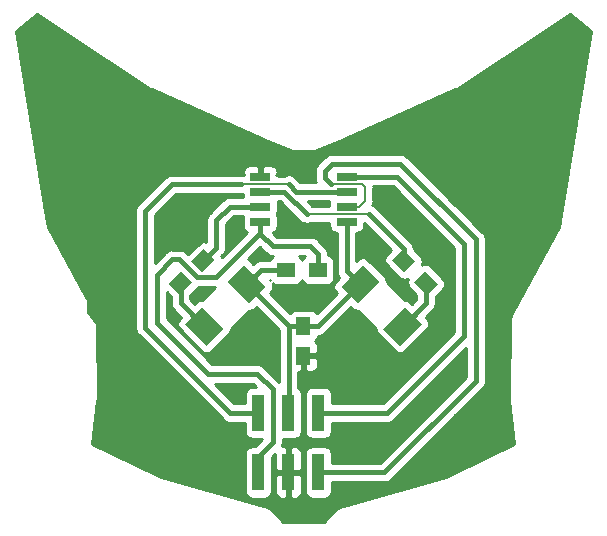
<source format=gbr>
G04 #@! TF.GenerationSoftware,KiCad,Pcbnew,5.0.2-1.fc29*
G04 #@! TF.CreationDate,2019-03-18T00:33:18+01:00*
G04 #@! TF.ProjectId,fuccs-shitty-addon,66756363-732d-4736-9869-7474792d6164,rev?*
G04 #@! TF.SameCoordinates,Original*
G04 #@! TF.FileFunction,Copper,L2,Bot*
G04 #@! TF.FilePolarity,Positive*
%FSLAX46Y46*%
G04 Gerber Fmt 4.6, Leading zero omitted, Abs format (unit mm)*
G04 Created by KiCad (PCBNEW 5.0.2-1.fc29) date Mon 18 Mar 2019 00:33:18 CET*
%MOMM*%
%LPD*%
G01*
G04 APERTURE LIST*
G04 #@! TA.AperFunction,SMDPad,CuDef*
%ADD10C,2.000000*%
G04 #@! TD*
G04 #@! TA.AperFunction,Conductor*
%ADD11C,0.100000*%
G04 #@! TD*
G04 #@! TA.AperFunction,SMDPad,CuDef*
%ADD12R,1.000000X3.150000*%
G04 #@! TD*
G04 #@! TA.AperFunction,SMDPad,CuDef*
%ADD13R,1.250000X1.500000*%
G04 #@! TD*
G04 #@! TA.AperFunction,SMDPad,CuDef*
%ADD14R,1.500000X1.300000*%
G04 #@! TD*
G04 #@! TA.AperFunction,SMDPad,CuDef*
%ADD15C,1.300000*%
G04 #@! TD*
G04 #@! TA.AperFunction,SMDPad,CuDef*
%ADD16R,1.700000X0.650000*%
G04 #@! TD*
G04 #@! TA.AperFunction,Conductor*
%ADD17C,0.400000*%
G04 #@! TD*
G04 #@! TA.AperFunction,Conductor*
%ADD18C,0.200000*%
G04 #@! TD*
G04 #@! TA.AperFunction,Conductor*
%ADD19C,0.254000*%
G04 #@! TD*
G04 #@! TA.AperFunction,NonConductor*
%ADD20C,0.254000*%
G04 #@! TD*
G04 APERTURE END LIST*
D10*
G04 #@! TO.P,D1,1*
G04 #@! TO.N,Net-(D1-Pad1)*
X-8395828Y17203979D03*
D11*
G04 #@! TD*
G04 #@! TO.N,Net-(D1-Pad1)*
G04 #@! TO.C,D1*
G36*
X-8183696Y15577633D02*
X-10022174Y17416111D01*
X-8607960Y18830325D01*
X-6769482Y16991847D01*
X-8183696Y15577633D01*
X-8183696Y15577633D01*
G37*
D10*
G04 #@! TO.P,D1,2*
G04 #@! TO.N,+3V3*
X-4803726Y20796081D03*
D11*
G04 #@! TD*
G04 #@! TO.N,+3V3*
G04 #@! TO.C,D1*
G36*
X-4591594Y19169735D02*
X-6430072Y21008213D01*
X-5015858Y22422427D01*
X-3177380Y20583949D01*
X-4591594Y19169735D01*
X-4591594Y19169735D01*
G37*
D10*
G04 #@! TO.P,D2,1*
G04 #@! TO.N,Net-(D2-Pad1)*
X8396274Y17203979D03*
D11*
G04 #@! TD*
G04 #@! TO.N,Net-(D2-Pad1)*
G04 #@! TO.C,D2*
G36*
X10022620Y17416111D02*
X8184142Y15577633D01*
X6769928Y16991847D01*
X8608406Y18830325D01*
X10022620Y17416111D01*
X10022620Y17416111D01*
G37*
D10*
G04 #@! TO.P,D2,2*
G04 #@! TO.N,+3V3*
X4804172Y20796081D03*
D11*
G04 #@! TD*
G04 #@! TO.N,+3V3*
G04 #@! TO.C,D2*
G36*
X6430518Y21008213D02*
X4592040Y19169735D01*
X3177826Y20583949D01*
X5016304Y22422427D01*
X6430518Y21008213D01*
X6430518Y21008213D01*
G37*
D12*
G04 #@! TO.P,J1,1*
G04 #@! TO.N,/MISO*
X-3809777Y9905030D03*
G04 #@! TO.P,J1,2*
G04 #@! TO.N,/~RESET~*
X-3809777Y4855030D03*
G04 #@! TO.P,J1,3*
G04 #@! TO.N,+3V3*
X-1269777Y9905030D03*
G04 #@! TO.P,J1,4*
G04 #@! TO.N,GND*
X-1269777Y4855030D03*
G04 #@! TO.P,J1,5*
G04 #@! TO.N,/SDA_MOSI*
X1270223Y9905030D03*
G04 #@! TO.P,J1,6*
G04 #@! TO.N,/SCL_SCK*
X1270223Y4855030D03*
G04 #@! TD*
D13*
G04 #@! TO.P,C1,1*
G04 #@! TO.N,+3V3*
X223Y17250030D03*
G04 #@! TO.P,C1,2*
G04 #@! TO.N,GND*
X223Y14750030D03*
G04 #@! TD*
D14*
G04 #@! TO.P,R1,1*
G04 #@! TO.N,+3V3*
X-1459777Y22000030D03*
G04 #@! TO.P,R1,2*
G04 #@! TO.N,/~RESET~*
X1240223Y22000030D03*
G04 #@! TD*
D15*
G04 #@! TO.P,R2,1*
G04 #@! TO.N,Net-(D1-Pad1)*
X-10394371Y20885436D03*
D11*
G04 #@! TD*
G04 #@! TO.N,Net-(D1-Pad1)*
G04 #@! TO.C,R2*
G36*
X-10465082Y19895487D02*
X-11384320Y20814725D01*
X-10323660Y21875385D01*
X-9404422Y20956147D01*
X-10465082Y19895487D01*
X-10465082Y19895487D01*
G37*
D15*
G04 #@! TO.P,R2,2*
G04 #@! TO.N,/LED_L*
X-8485183Y22794624D03*
D11*
G04 #@! TD*
G04 #@! TO.N,/LED_L*
G04 #@! TO.C,R2*
G36*
X-8555894Y21804675D02*
X-9475132Y22723913D01*
X-8414472Y23784573D01*
X-7495234Y22865335D01*
X-8555894Y21804675D01*
X-8555894Y21804675D01*
G37*
D15*
G04 #@! TO.P,R3,1*
G04 #@! TO.N,Net-(D2-Pad1)*
X10394817Y20885436D03*
D11*
G04 #@! TD*
G04 #@! TO.N,Net-(D2-Pad1)*
G04 #@! TO.C,R3*
G36*
X11384766Y20814725D02*
X10465528Y19895487D01*
X9404868Y20956147D01*
X10324106Y21875385D01*
X11384766Y20814725D01*
X11384766Y20814725D01*
G37*
D15*
G04 #@! TO.P,R3,2*
G04 #@! TO.N,/LED_R*
X8485629Y22794624D03*
D11*
G04 #@! TD*
G04 #@! TO.N,/LED_R*
G04 #@! TO.C,R3*
G36*
X9475578Y22723913D02*
X8556340Y21804675D01*
X7495680Y22865335D01*
X8414918Y23784573D01*
X9475578Y22723913D01*
X9475578Y22723913D01*
G37*
D16*
G04 #@! TO.P,U1,8*
G04 #@! TO.N,+3V3*
X3650223Y26095030D03*
G04 #@! TO.P,U1,7*
G04 #@! TO.N,/SCL_SCK*
X3650223Y27365030D03*
G04 #@! TO.P,U1,6*
G04 #@! TO.N,/MISO*
X3650223Y28635030D03*
G04 #@! TO.P,U1,5*
G04 #@! TO.N,/SDA_MOSI*
X3650223Y29905030D03*
G04 #@! TO.P,U1,4*
G04 #@! TO.N,GND*
X-3649777Y29905030D03*
G04 #@! TO.P,U1,3*
G04 #@! TO.N,/LED_R*
X-3649777Y28635030D03*
G04 #@! TO.P,U1,2*
G04 #@! TO.N,/LED_L*
X-3649777Y27365030D03*
G04 #@! TO.P,U1,1*
G04 #@! TO.N,/~RESET~*
X-3649777Y26095030D03*
G04 #@! TD*
D17*
G04 #@! TO.N,+3V3*
X3650223Y21950030D02*
X4804172Y20796081D01*
X3650223Y26095030D02*
X3650223Y21950030D01*
X1258121Y17250030D02*
X223Y17250030D01*
X4804172Y20796081D02*
X1258121Y17250030D01*
X-1257675Y17250030D02*
X-4803726Y20796081D01*
X223Y17250030D02*
X-1257675Y17250030D01*
X-3599777Y22000030D02*
X-4803726Y20796081D01*
X-1459777Y22000030D02*
X-3599777Y22000030D01*
X-1257675Y9917132D02*
X-1269777Y9905030D01*
X-1257675Y17250030D02*
X-1257675Y9917132D01*
G04 #@! TO.N,Net-(D1-Pad1)*
X-10394371Y19202522D02*
X-8395828Y17203979D01*
X-10394371Y20885436D02*
X-10394371Y19202522D01*
G04 #@! TO.N,Net-(D2-Pad1)*
X10394817Y19202522D02*
X8396274Y17203979D01*
X10394817Y20885436D02*
X10394817Y19202522D01*
D18*
G04 #@! TO.N,/SCL_SCK*
X4700223Y27365030D02*
X5200223Y27865030D01*
X3650223Y27365030D02*
X4700223Y27365030D01*
X5200223Y27865030D02*
X5200223Y29000030D01*
X5200223Y29000030D02*
X4920224Y29280029D01*
X4920224Y29280029D02*
X2320224Y29280029D01*
D17*
X2320224Y29280029D02*
X1800223Y29800030D01*
X1800223Y29800030D02*
X1800223Y30400030D01*
X6855223Y4855030D02*
X1270223Y4855030D01*
X1800223Y30400030D02*
X2400223Y31000030D01*
X2400223Y31000030D02*
X8200223Y31000030D01*
X8200223Y31000030D02*
X14600223Y24600030D01*
X14600223Y24600030D02*
X14600223Y12600030D01*
X14600223Y12600030D02*
X6855223Y4855030D01*
G04 #@! TO.N,/SDA_MOSI*
X13600223Y16400030D02*
X7105223Y9905030D01*
X7105223Y9905030D02*
X1270223Y9905030D01*
X13600223Y24200030D02*
X13600223Y16400030D01*
X3650223Y29905030D02*
X7895223Y29905030D01*
X7895223Y29905030D02*
X13600223Y24200030D01*
G04 #@! TO.N,/~RESET~*
X-3649777Y26095030D02*
X-3649777Y25050030D01*
X-3649777Y25050030D02*
X-2599777Y24000030D01*
X-2599777Y24000030D02*
X600223Y24000030D01*
X1240223Y23360030D02*
X1240223Y22000030D01*
X600223Y24000030D02*
X1240223Y23360030D01*
X-2599777Y7400030D02*
X-3809777Y6190030D01*
X-2599777Y11900000D02*
X-2599777Y7400030D01*
X-3899777Y13200000D02*
X-2599777Y11900000D01*
X-3809777Y6190030D02*
X-3809777Y4855030D01*
X-12400000Y17550000D02*
X-8050000Y13200000D01*
X-12400000Y21600000D02*
X-12400000Y17550000D01*
X-3649777Y25150030D02*
X-7395142Y21404665D01*
X-9004665Y21404665D02*
X-10500000Y22900000D01*
X-8050000Y13200000D02*
X-3899777Y13200000D01*
X-3649777Y26095030D02*
X-3649777Y25150030D01*
X-7395142Y21404665D02*
X-9004665Y21404665D01*
X-10500000Y22900000D02*
X-11100000Y22900000D01*
X-11100000Y22900000D02*
X-12400000Y21600000D01*
D18*
G04 #@! TO.N,/MISO*
X-1259778Y29260031D02*
X-5259778Y29260031D01*
D17*
X1165223Y28635030D02*
X-634777Y28635030D01*
X3650223Y28635030D02*
X1165223Y28635030D01*
X-634777Y28635030D02*
X-1259778Y29260031D01*
X-6205030Y9905030D02*
X-3809777Y9905030D01*
X-13400000Y17100000D02*
X-6205030Y9905030D01*
X-13400000Y26999807D02*
X-13400000Y17100000D01*
X-11149807Y29250000D02*
X-13400000Y26999807D01*
X-5259778Y29260031D02*
X-5269809Y29250000D01*
X-5269809Y29250000D02*
X-11149807Y29250000D01*
G04 #@! TO.N,/LED_L*
X-3649777Y27365030D02*
X-6234777Y27365030D01*
X-6234777Y27365030D02*
X-7399777Y26200030D01*
X-7399777Y23880030D02*
X-8485183Y22794624D01*
X-7399777Y26200030D02*
X-7399777Y23880030D01*
D18*
G04 #@! TO.N,/LED_R*
X5579460Y26720031D02*
X280222Y26720031D01*
D17*
X8485629Y22794624D02*
X8485629Y23813862D01*
X8485629Y23813862D02*
X5579460Y26720031D01*
X280222Y26720031D02*
X-1634777Y28635030D01*
X-1634777Y28635030D02*
X-3649777Y28635030D01*
G04 #@! TD*
D19*
G04 #@! TO.N,GND*
G36*
X-12976908Y37355130D02*
X-12929870Y37322130D01*
X-12920690Y37318081D01*
X-12912307Y37312556D01*
X-12859044Y37290889D01*
X-1118241Y32112054D01*
X-1054521Y32069478D01*
X-928505Y32044412D01*
X-803120Y32016495D01*
X-727641Y32029733D01*
X727724Y32029733D01*
X803203Y32016495D01*
X928585Y32044411D01*
X1054605Y32069478D01*
X1118325Y32112054D01*
X12859102Y37290880D01*
X12912295Y37312509D01*
X12920717Y37318058D01*
X12929947Y37322129D01*
X12976966Y37355116D01*
X22534576Y43651903D01*
X24337557Y42271891D01*
X21615762Y25652463D01*
X17597359Y18150834D01*
X17541365Y18068970D01*
X17519555Y17965220D01*
X17488689Y17863796D01*
X17498321Y17765084D01*
X17426680Y11161633D01*
X17423182Y11118023D01*
X17425950Y11094335D01*
X17425691Y11070487D01*
X17433761Y11027485D01*
X17868930Y7303082D01*
X12057113Y4439112D01*
X3106081Y1932692D01*
X2999932Y1912173D01*
X2918922Y1858676D01*
X2832351Y1814769D01*
X2761995Y1732704D01*
X1702870Y684973D01*
X-1702979Y684973D01*
X-2761833Y1732699D01*
X-2832259Y1814836D01*
X-2918793Y1858718D01*
X-2999727Y1912180D01*
X-3105921Y1932721D01*
X-12059070Y4439160D01*
X-17870864Y7303121D01*
X-17435714Y11027430D01*
X-17427650Y11070334D01*
X-17427903Y11094279D01*
X-17425124Y11118064D01*
X-17428614Y11161578D01*
X-17491763Y17137489D01*
X-17484685Y17158975D01*
X-17493194Y17272997D01*
X-17493676Y17318569D01*
X-17498206Y17340148D01*
X-17504966Y17430729D01*
X-17525956Y17472339D01*
X-17535530Y17517949D01*
X-17586787Y17592933D01*
X-17596719Y17612623D01*
X-17624793Y17648533D01*
X-17689313Y17742920D01*
X-17708253Y17755288D01*
X-18242270Y18438357D01*
X-18240823Y19143515D01*
X-18230749Y19246584D01*
X-18260328Y19343832D01*
X-18279952Y19443561D01*
X-18337307Y19529781D01*
X-21615752Y25652445D01*
X-21836412Y26999807D01*
X-14251357Y26999807D01*
X-14235000Y26917574D01*
X-14234999Y17182238D01*
X-14251357Y17100000D01*
X-14186552Y16774200D01*
X-14132728Y16693647D01*
X-14002000Y16497999D01*
X-13932282Y16451415D01*
X-6853615Y9372747D01*
X-6807031Y9303029D01*
X-6530831Y9118478D01*
X-6287267Y9070030D01*
X-6287264Y9070030D01*
X-6205031Y9053673D01*
X-6122798Y9070030D01*
X-4957217Y9070030D01*
X-4957217Y8330030D01*
X-4907934Y8082265D01*
X-4767586Y7872221D01*
X-4557542Y7731873D01*
X-4309777Y7682590D01*
X-3498085Y7682590D01*
X-4103205Y7077470D01*
X-4309777Y7077470D01*
X-4557542Y7028187D01*
X-4767586Y6887839D01*
X-4907934Y6677795D01*
X-4957217Y6430030D01*
X-4957217Y3280030D01*
X-4907934Y3032265D01*
X-4767586Y2822221D01*
X-4557542Y2681873D01*
X-4309777Y2632590D01*
X-3309777Y2632590D01*
X-3062012Y2681873D01*
X-2851968Y2822221D01*
X-2711620Y3032265D01*
X-2662337Y3280030D01*
X-2662337Y4569280D01*
X-2404777Y4569280D01*
X-2404777Y3153721D01*
X-2308104Y2920332D01*
X-2129476Y2741703D01*
X-1896087Y2645030D01*
X-1555527Y2645030D01*
X-1396777Y2803780D01*
X-1396777Y4728030D01*
X-1142777Y4728030D01*
X-1142777Y2803780D01*
X-984027Y2645030D01*
X-643467Y2645030D01*
X-410078Y2741703D01*
X-231450Y2920332D01*
X-134777Y3153721D01*
X-134777Y4569280D01*
X-293527Y4728030D01*
X-1142777Y4728030D01*
X-1396777Y4728030D01*
X-2246027Y4728030D01*
X-2404777Y4569280D01*
X-2662337Y4569280D01*
X-2662337Y6156602D01*
X-2404777Y6414162D01*
X-2404777Y5140780D01*
X-2246027Y4982030D01*
X-1396777Y4982030D01*
X-1396777Y6906280D01*
X-1142777Y6906280D01*
X-1142777Y4982030D01*
X-293527Y4982030D01*
X-134777Y5140780D01*
X-134777Y6556339D01*
X-231450Y6789728D01*
X-410078Y6968357D01*
X-643467Y7065030D01*
X-984027Y7065030D01*
X-1142777Y6906280D01*
X-1396777Y6906280D01*
X-1555527Y7065030D01*
X-1819372Y7065030D01*
X-1813225Y7074229D01*
X-1785997Y7211113D01*
X-1764777Y7317793D01*
X-1764777Y7317796D01*
X-1748420Y7400029D01*
X-1764777Y7482262D01*
X-1764777Y7682590D01*
X-769777Y7682590D01*
X-522012Y7731873D01*
X-311968Y7872221D01*
X-171620Y8082265D01*
X-122337Y8330030D01*
X-122337Y11480030D01*
X-171620Y11727795D01*
X-311968Y11937839D01*
X-422675Y12011812D01*
X-422675Y13365030D01*
X-285527Y13365030D01*
X-126777Y13523780D01*
X-126777Y14623030D01*
X127223Y14623030D01*
X127223Y13523780D01*
X285973Y13365030D01*
X751533Y13365030D01*
X984922Y13461703D01*
X1163550Y13640332D01*
X1260223Y13873721D01*
X1260223Y14464280D01*
X1101473Y14623030D01*
X127223Y14623030D01*
X-126777Y14623030D01*
X-146777Y14623030D01*
X-146777Y14877030D01*
X-126777Y14877030D01*
X-126777Y14897030D01*
X127223Y14897030D01*
X127223Y14877030D01*
X1101473Y14877030D01*
X1260223Y15035780D01*
X1260223Y15626339D01*
X1163550Y15859728D01*
X1021903Y16001376D01*
X1083032Y16042221D01*
X1223380Y16252265D01*
X1252716Y16399748D01*
X1258121Y16398673D01*
X1340354Y16415030D01*
X1340358Y16415030D01*
X1583922Y16463478D01*
X1860122Y16648029D01*
X1906708Y16717750D01*
X4017558Y18828599D01*
X4134231Y18711926D01*
X4344275Y18571578D01*
X4592040Y18522295D01*
X4638396Y18531516D01*
X6131709Y17038203D01*
X6122488Y16991847D01*
X6171771Y16744082D01*
X6312119Y16534038D01*
X7726333Y15119824D01*
X7936377Y14979476D01*
X8184142Y14930193D01*
X8431907Y14979476D01*
X8641951Y15119824D01*
X10480429Y16958302D01*
X10620777Y17168346D01*
X10670060Y17416111D01*
X10620777Y17663876D01*
X10480429Y17873920D01*
X10363756Y17990593D01*
X10927100Y18553937D01*
X10996818Y18600521D01*
X11181369Y18876721D01*
X11229817Y19120285D01*
X11246175Y19202522D01*
X11229817Y19284759D01*
X11229817Y19744158D01*
X11842575Y20356916D01*
X11982923Y20566960D01*
X12032206Y20814725D01*
X11982923Y21062490D01*
X11842575Y21272534D01*
X10781915Y22333194D01*
X10571871Y22473542D01*
X10324106Y22522825D01*
X10076341Y22473542D01*
X10068487Y22468294D01*
X10073735Y22476148D01*
X10123018Y22723913D01*
X10073735Y22971678D01*
X9933387Y23181722D01*
X9331057Y23784052D01*
X9336987Y23813862D01*
X9299956Y24000030D01*
X9272181Y24139663D01*
X9087630Y24415863D01*
X9017912Y24462447D01*
X6111743Y27368615D01*
X5905260Y27506583D01*
X5851798Y27517217D01*
X5892577Y27578247D01*
X5935223Y27792642D01*
X5935223Y27792646D01*
X5949621Y27865030D01*
X5935223Y27937414D01*
X5935223Y28927647D01*
X5949621Y29000031D01*
X5935697Y29070030D01*
X7549356Y29070030D01*
X12765223Y23854161D01*
X12765224Y16745899D01*
X6759356Y10740030D01*
X2417663Y10740030D01*
X2417663Y11480030D01*
X2368380Y11727795D01*
X2228032Y11937839D01*
X2017988Y12078187D01*
X1770223Y12127470D01*
X770223Y12127470D01*
X522458Y12078187D01*
X312414Y11937839D01*
X172066Y11727795D01*
X122783Y11480030D01*
X122783Y8330030D01*
X172066Y8082265D01*
X312414Y7872221D01*
X522458Y7731873D01*
X770223Y7682590D01*
X1770223Y7682590D01*
X2017988Y7731873D01*
X2228032Y7872221D01*
X2368380Y8082265D01*
X2417663Y8330030D01*
X2417663Y9070030D01*
X7022990Y9070030D01*
X7105223Y9053673D01*
X7187456Y9070030D01*
X7187460Y9070030D01*
X7431024Y9118478D01*
X7707224Y9303029D01*
X7753810Y9372750D01*
X13765224Y15384163D01*
X13765224Y12945899D01*
X6509356Y5690030D01*
X2417663Y5690030D01*
X2417663Y6430030D01*
X2368380Y6677795D01*
X2228032Y6887839D01*
X2017988Y7028187D01*
X1770223Y7077470D01*
X770223Y7077470D01*
X522458Y7028187D01*
X312414Y6887839D01*
X172066Y6677795D01*
X122783Y6430030D01*
X122783Y3280030D01*
X172066Y3032265D01*
X312414Y2822221D01*
X522458Y2681873D01*
X770223Y2632590D01*
X1770223Y2632590D01*
X2017988Y2681873D01*
X2228032Y2822221D01*
X2368380Y3032265D01*
X2417663Y3280030D01*
X2417663Y4020030D01*
X6772990Y4020030D01*
X6855223Y4003673D01*
X6937456Y4020030D01*
X6937460Y4020030D01*
X7181024Y4068478D01*
X7457224Y4253029D01*
X7503810Y4322750D01*
X15132506Y11951445D01*
X15202224Y11998029D01*
X15386775Y12274229D01*
X15435223Y12517793D01*
X15435223Y12517796D01*
X15451580Y12600029D01*
X15435223Y12682262D01*
X15435223Y24517793D01*
X15451581Y24600030D01*
X15386775Y24925831D01*
X15296231Y25061339D01*
X15202224Y25202031D01*
X15132506Y25248615D01*
X8848810Y31532310D01*
X8802224Y31602031D01*
X8526024Y31786582D01*
X8282460Y31835030D01*
X8282456Y31835030D01*
X8200223Y31851387D01*
X8117990Y31835030D01*
X2482455Y31835030D01*
X2400222Y31851387D01*
X2317989Y31835030D01*
X2317986Y31835030D01*
X2074422Y31786582D01*
X1798222Y31602031D01*
X1751637Y31532312D01*
X1267941Y31048615D01*
X1198223Y31002031D01*
X1013671Y30725831D01*
X965223Y30482267D01*
X965223Y30482263D01*
X948866Y30400030D01*
X965223Y30317797D01*
X965223Y29882263D01*
X948866Y29800030D01*
X965223Y29717797D01*
X965223Y29717794D01*
X1013671Y29474230D01*
X1016477Y29470030D01*
X-288909Y29470030D01*
X-727495Y29908615D01*
X-933978Y30046583D01*
X-1259778Y30111388D01*
X-1585578Y30046583D01*
X-1662731Y29995031D01*
X-2164777Y29995031D01*
X-2164777Y30032032D01*
X-2323525Y30032032D01*
X-2164777Y30190780D01*
X-2164777Y30356340D01*
X-2261450Y30589729D01*
X-2440079Y30768357D01*
X-2673468Y30865030D01*
X-3364027Y30865030D01*
X-3522777Y30706280D01*
X-3522777Y30032030D01*
X-3502777Y30032030D01*
X-3502777Y29995031D01*
X-3796777Y29995031D01*
X-3796777Y30032030D01*
X-3776777Y30032030D01*
X-3776777Y30706280D01*
X-3935527Y30865030D01*
X-4626086Y30865030D01*
X-4859475Y30768357D01*
X-5038104Y30589729D01*
X-5134777Y30356340D01*
X-5134777Y30190780D01*
X-5004634Y30060637D01*
X-5259778Y30111388D01*
X-5392441Y30085000D01*
X-11067575Y30085000D01*
X-11149808Y30101357D01*
X-11232041Y30085000D01*
X-11232044Y30085000D01*
X-11475608Y30036552D01*
X-11667079Y29908615D01*
X-11751808Y29852001D01*
X-11798390Y29782285D01*
X-13932280Y27648394D01*
X-14002001Y27601808D01*
X-14186552Y27325607D01*
X-14235000Y27082043D01*
X-14235000Y27082040D01*
X-14251357Y26999807D01*
X-21836412Y26999807D01*
X-24337595Y42272158D01*
X-22534342Y43653788D01*
X-12976908Y37355130D01*
X-12976908Y37355130D01*
G37*
X-12976908Y37355130D02*
X-12929870Y37322130D01*
X-12920690Y37318081D01*
X-12912307Y37312556D01*
X-12859044Y37290889D01*
X-1118241Y32112054D01*
X-1054521Y32069478D01*
X-928505Y32044412D01*
X-803120Y32016495D01*
X-727641Y32029733D01*
X727724Y32029733D01*
X803203Y32016495D01*
X928585Y32044411D01*
X1054605Y32069478D01*
X1118325Y32112054D01*
X12859102Y37290880D01*
X12912295Y37312509D01*
X12920717Y37318058D01*
X12929947Y37322129D01*
X12976966Y37355116D01*
X22534576Y43651903D01*
X24337557Y42271891D01*
X21615762Y25652463D01*
X17597359Y18150834D01*
X17541365Y18068970D01*
X17519555Y17965220D01*
X17488689Y17863796D01*
X17498321Y17765084D01*
X17426680Y11161633D01*
X17423182Y11118023D01*
X17425950Y11094335D01*
X17425691Y11070487D01*
X17433761Y11027485D01*
X17868930Y7303082D01*
X12057113Y4439112D01*
X3106081Y1932692D01*
X2999932Y1912173D01*
X2918922Y1858676D01*
X2832351Y1814769D01*
X2761995Y1732704D01*
X1702870Y684973D01*
X-1702979Y684973D01*
X-2761833Y1732699D01*
X-2832259Y1814836D01*
X-2918793Y1858718D01*
X-2999727Y1912180D01*
X-3105921Y1932721D01*
X-12059070Y4439160D01*
X-17870864Y7303121D01*
X-17435714Y11027430D01*
X-17427650Y11070334D01*
X-17427903Y11094279D01*
X-17425124Y11118064D01*
X-17428614Y11161578D01*
X-17491763Y17137489D01*
X-17484685Y17158975D01*
X-17493194Y17272997D01*
X-17493676Y17318569D01*
X-17498206Y17340148D01*
X-17504966Y17430729D01*
X-17525956Y17472339D01*
X-17535530Y17517949D01*
X-17586787Y17592933D01*
X-17596719Y17612623D01*
X-17624793Y17648533D01*
X-17689313Y17742920D01*
X-17708253Y17755288D01*
X-18242270Y18438357D01*
X-18240823Y19143515D01*
X-18230749Y19246584D01*
X-18260328Y19343832D01*
X-18279952Y19443561D01*
X-18337307Y19529781D01*
X-21615752Y25652445D01*
X-21836412Y26999807D01*
X-14251357Y26999807D01*
X-14235000Y26917574D01*
X-14234999Y17182238D01*
X-14251357Y17100000D01*
X-14186552Y16774200D01*
X-14132728Y16693647D01*
X-14002000Y16497999D01*
X-13932282Y16451415D01*
X-6853615Y9372747D01*
X-6807031Y9303029D01*
X-6530831Y9118478D01*
X-6287267Y9070030D01*
X-6287264Y9070030D01*
X-6205031Y9053673D01*
X-6122798Y9070030D01*
X-4957217Y9070030D01*
X-4957217Y8330030D01*
X-4907934Y8082265D01*
X-4767586Y7872221D01*
X-4557542Y7731873D01*
X-4309777Y7682590D01*
X-3498085Y7682590D01*
X-4103205Y7077470D01*
X-4309777Y7077470D01*
X-4557542Y7028187D01*
X-4767586Y6887839D01*
X-4907934Y6677795D01*
X-4957217Y6430030D01*
X-4957217Y3280030D01*
X-4907934Y3032265D01*
X-4767586Y2822221D01*
X-4557542Y2681873D01*
X-4309777Y2632590D01*
X-3309777Y2632590D01*
X-3062012Y2681873D01*
X-2851968Y2822221D01*
X-2711620Y3032265D01*
X-2662337Y3280030D01*
X-2662337Y4569280D01*
X-2404777Y4569280D01*
X-2404777Y3153721D01*
X-2308104Y2920332D01*
X-2129476Y2741703D01*
X-1896087Y2645030D01*
X-1555527Y2645030D01*
X-1396777Y2803780D01*
X-1396777Y4728030D01*
X-1142777Y4728030D01*
X-1142777Y2803780D01*
X-984027Y2645030D01*
X-643467Y2645030D01*
X-410078Y2741703D01*
X-231450Y2920332D01*
X-134777Y3153721D01*
X-134777Y4569280D01*
X-293527Y4728030D01*
X-1142777Y4728030D01*
X-1396777Y4728030D01*
X-2246027Y4728030D01*
X-2404777Y4569280D01*
X-2662337Y4569280D01*
X-2662337Y6156602D01*
X-2404777Y6414162D01*
X-2404777Y5140780D01*
X-2246027Y4982030D01*
X-1396777Y4982030D01*
X-1396777Y6906280D01*
X-1142777Y6906280D01*
X-1142777Y4982030D01*
X-293527Y4982030D01*
X-134777Y5140780D01*
X-134777Y6556339D01*
X-231450Y6789728D01*
X-410078Y6968357D01*
X-643467Y7065030D01*
X-984027Y7065030D01*
X-1142777Y6906280D01*
X-1396777Y6906280D01*
X-1555527Y7065030D01*
X-1819372Y7065030D01*
X-1813225Y7074229D01*
X-1785997Y7211113D01*
X-1764777Y7317793D01*
X-1764777Y7317796D01*
X-1748420Y7400029D01*
X-1764777Y7482262D01*
X-1764777Y7682590D01*
X-769777Y7682590D01*
X-522012Y7731873D01*
X-311968Y7872221D01*
X-171620Y8082265D01*
X-122337Y8330030D01*
X-122337Y11480030D01*
X-171620Y11727795D01*
X-311968Y11937839D01*
X-422675Y12011812D01*
X-422675Y13365030D01*
X-285527Y13365030D01*
X-126777Y13523780D01*
X-126777Y14623030D01*
X127223Y14623030D01*
X127223Y13523780D01*
X285973Y13365030D01*
X751533Y13365030D01*
X984922Y13461703D01*
X1163550Y13640332D01*
X1260223Y13873721D01*
X1260223Y14464280D01*
X1101473Y14623030D01*
X127223Y14623030D01*
X-126777Y14623030D01*
X-146777Y14623030D01*
X-146777Y14877030D01*
X-126777Y14877030D01*
X-126777Y14897030D01*
X127223Y14897030D01*
X127223Y14877030D01*
X1101473Y14877030D01*
X1260223Y15035780D01*
X1260223Y15626339D01*
X1163550Y15859728D01*
X1021903Y16001376D01*
X1083032Y16042221D01*
X1223380Y16252265D01*
X1252716Y16399748D01*
X1258121Y16398673D01*
X1340354Y16415030D01*
X1340358Y16415030D01*
X1583922Y16463478D01*
X1860122Y16648029D01*
X1906708Y16717750D01*
X4017558Y18828599D01*
X4134231Y18711926D01*
X4344275Y18571578D01*
X4592040Y18522295D01*
X4638396Y18531516D01*
X6131709Y17038203D01*
X6122488Y16991847D01*
X6171771Y16744082D01*
X6312119Y16534038D01*
X7726333Y15119824D01*
X7936377Y14979476D01*
X8184142Y14930193D01*
X8431907Y14979476D01*
X8641951Y15119824D01*
X10480429Y16958302D01*
X10620777Y17168346D01*
X10670060Y17416111D01*
X10620777Y17663876D01*
X10480429Y17873920D01*
X10363756Y17990593D01*
X10927100Y18553937D01*
X10996818Y18600521D01*
X11181369Y18876721D01*
X11229817Y19120285D01*
X11246175Y19202522D01*
X11229817Y19284759D01*
X11229817Y19744158D01*
X11842575Y20356916D01*
X11982923Y20566960D01*
X12032206Y20814725D01*
X11982923Y21062490D01*
X11842575Y21272534D01*
X10781915Y22333194D01*
X10571871Y22473542D01*
X10324106Y22522825D01*
X10076341Y22473542D01*
X10068487Y22468294D01*
X10073735Y22476148D01*
X10123018Y22723913D01*
X10073735Y22971678D01*
X9933387Y23181722D01*
X9331057Y23784052D01*
X9336987Y23813862D01*
X9299956Y24000030D01*
X9272181Y24139663D01*
X9087630Y24415863D01*
X9017912Y24462447D01*
X6111743Y27368615D01*
X5905260Y27506583D01*
X5851798Y27517217D01*
X5892577Y27578247D01*
X5935223Y27792642D01*
X5935223Y27792646D01*
X5949621Y27865030D01*
X5935223Y27937414D01*
X5935223Y28927647D01*
X5949621Y29000031D01*
X5935697Y29070030D01*
X7549356Y29070030D01*
X12765223Y23854161D01*
X12765224Y16745899D01*
X6759356Y10740030D01*
X2417663Y10740030D01*
X2417663Y11480030D01*
X2368380Y11727795D01*
X2228032Y11937839D01*
X2017988Y12078187D01*
X1770223Y12127470D01*
X770223Y12127470D01*
X522458Y12078187D01*
X312414Y11937839D01*
X172066Y11727795D01*
X122783Y11480030D01*
X122783Y8330030D01*
X172066Y8082265D01*
X312414Y7872221D01*
X522458Y7731873D01*
X770223Y7682590D01*
X1770223Y7682590D01*
X2017988Y7731873D01*
X2228032Y7872221D01*
X2368380Y8082265D01*
X2417663Y8330030D01*
X2417663Y9070030D01*
X7022990Y9070030D01*
X7105223Y9053673D01*
X7187456Y9070030D01*
X7187460Y9070030D01*
X7431024Y9118478D01*
X7707224Y9303029D01*
X7753810Y9372750D01*
X13765224Y15384163D01*
X13765224Y12945899D01*
X6509356Y5690030D01*
X2417663Y5690030D01*
X2417663Y6430030D01*
X2368380Y6677795D01*
X2228032Y6887839D01*
X2017988Y7028187D01*
X1770223Y7077470D01*
X770223Y7077470D01*
X522458Y7028187D01*
X312414Y6887839D01*
X172066Y6677795D01*
X122783Y6430030D01*
X122783Y3280030D01*
X172066Y3032265D01*
X312414Y2822221D01*
X522458Y2681873D01*
X770223Y2632590D01*
X1770223Y2632590D01*
X2017988Y2681873D01*
X2228032Y2822221D01*
X2368380Y3032265D01*
X2417663Y3280030D01*
X2417663Y4020030D01*
X6772990Y4020030D01*
X6855223Y4003673D01*
X6937456Y4020030D01*
X6937460Y4020030D01*
X7181024Y4068478D01*
X7457224Y4253029D01*
X7503810Y4322750D01*
X15132506Y11951445D01*
X15202224Y11998029D01*
X15386775Y12274229D01*
X15435223Y12517793D01*
X15435223Y12517796D01*
X15451580Y12600029D01*
X15435223Y12682262D01*
X15435223Y24517793D01*
X15451581Y24600030D01*
X15386775Y24925831D01*
X15296231Y25061339D01*
X15202224Y25202031D01*
X15132506Y25248615D01*
X8848810Y31532310D01*
X8802224Y31602031D01*
X8526024Y31786582D01*
X8282460Y31835030D01*
X8282456Y31835030D01*
X8200223Y31851387D01*
X8117990Y31835030D01*
X2482455Y31835030D01*
X2400222Y31851387D01*
X2317989Y31835030D01*
X2317986Y31835030D01*
X2074422Y31786582D01*
X1798222Y31602031D01*
X1751637Y31532312D01*
X1267941Y31048615D01*
X1198223Y31002031D01*
X1013671Y30725831D01*
X965223Y30482267D01*
X965223Y30482263D01*
X948866Y30400030D01*
X965223Y30317797D01*
X965223Y29882263D01*
X948866Y29800030D01*
X965223Y29717797D01*
X965223Y29717794D01*
X1013671Y29474230D01*
X1016477Y29470030D01*
X-288909Y29470030D01*
X-727495Y29908615D01*
X-933978Y30046583D01*
X-1259778Y30111388D01*
X-1585578Y30046583D01*
X-1662731Y29995031D01*
X-2164777Y29995031D01*
X-2164777Y30032032D01*
X-2323525Y30032032D01*
X-2164777Y30190780D01*
X-2164777Y30356340D01*
X-2261450Y30589729D01*
X-2440079Y30768357D01*
X-2673468Y30865030D01*
X-3364027Y30865030D01*
X-3522777Y30706280D01*
X-3522777Y30032030D01*
X-3502777Y30032030D01*
X-3502777Y29995031D01*
X-3796777Y29995031D01*
X-3796777Y30032030D01*
X-3776777Y30032030D01*
X-3776777Y30706280D01*
X-3935527Y30865030D01*
X-4626086Y30865030D01*
X-4859475Y30768357D01*
X-5038104Y30589729D01*
X-5134777Y30356340D01*
X-5134777Y30190780D01*
X-5004634Y30060637D01*
X-5259778Y30111388D01*
X-5392441Y30085000D01*
X-11067575Y30085000D01*
X-11149808Y30101357D01*
X-11232041Y30085000D01*
X-11232044Y30085000D01*
X-11475608Y30036552D01*
X-11667079Y29908615D01*
X-11751808Y29852001D01*
X-11798390Y29782285D01*
X-13932280Y27648394D01*
X-14002001Y27601808D01*
X-14186552Y27325607D01*
X-14235000Y27082043D01*
X-14235000Y27082040D01*
X-14251357Y26999807D01*
X-21836412Y26999807D01*
X-24337595Y42272158D01*
X-22534342Y43653788D01*
X-12976908Y37355130D01*
D20*
G36*
X12873000Y9127000D02*
X12296747Y9127000D01*
X12873000Y9703253D01*
X12873000Y9127000D01*
X12873000Y9127000D01*
G37*
X12873000Y9127000D02*
X12296747Y9127000D01*
X12873000Y9703253D01*
X12873000Y9127000D01*
G36*
X-1114380Y32119095D02*
X-1051400Y32077013D01*
X-926849Y32052238D01*
X-802934Y32024649D01*
X-728333Y32037733D01*
X728417Y32037733D01*
X803018Y32024649D01*
X926927Y32052237D01*
X1051484Y32077013D01*
X1114466Y32119096D01*
X2823622Y32873000D01*
X12873000Y32873000D01*
X12873000Y27496807D01*
X8842595Y31527211D01*
X8796456Y31596263D01*
X8522902Y31779046D01*
X8281671Y31827030D01*
X8281667Y31827030D01*
X8200223Y31843230D01*
X8118779Y31827030D01*
X2481665Y31827030D01*
X2400222Y31843230D01*
X2318779Y31827030D01*
X2318775Y31827030D01*
X2077544Y31779046D01*
X1803990Y31596263D01*
X1757852Y31527213D01*
X1273040Y31042400D01*
X1203991Y30996263D01*
X1021207Y30722709D01*
X973223Y30481478D01*
X973223Y30481474D01*
X957023Y30400030D01*
X973223Y30318586D01*
X973223Y29881474D01*
X957023Y29800030D01*
X973223Y29718586D01*
X973223Y29718583D01*
X1021207Y29477352D01*
X1031445Y29462030D01*
X-292223Y29462030D01*
X-732594Y29902400D01*
X-937100Y30039047D01*
X-1259778Y30103231D01*
X-1582456Y30039047D01*
X-1660304Y29987031D01*
X-2160494Y29987031D01*
X-2160494Y30230030D01*
X-2209157Y30474673D01*
X-2347736Y30682071D01*
X-2555134Y30820650D01*
X-2799777Y30869313D01*
X-4499777Y30869313D01*
X-4744420Y30820650D01*
X-4951818Y30682071D01*
X-5090397Y30474673D01*
X-5139060Y30230030D01*
X-5139060Y30079219D01*
X-5259778Y30103231D01*
X-5391651Y30077000D01*
X-11068365Y30077000D01*
X-11149808Y30093200D01*
X-11231251Y30077000D01*
X-11231255Y30077000D01*
X-11472486Y30029016D01*
X-11746040Y29846233D01*
X-11792175Y29777186D01*
X-13927181Y27642179D01*
X-13996233Y27596040D01*
X-14179016Y27322485D01*
X-14227000Y27081254D01*
X-14227000Y27081251D01*
X-14243200Y26999807D01*
X-14227000Y26918363D01*
X-14226999Y17181449D01*
X-14243200Y17100000D01*
X-14179016Y16777322D01*
X-14142524Y16722708D01*
X-13996232Y16503767D01*
X-13927183Y16457630D01*
X-6847400Y9377846D01*
X-6801263Y9308797D01*
X-6529185Y9127000D01*
X-14873000Y9127000D01*
X-14873000Y32873000D01*
X-2823539Y32873000D01*
X-1114380Y32119095D01*
X-1114380Y32119095D01*
G37*
X-1114380Y32119095D02*
X-1051400Y32077013D01*
X-926849Y32052238D01*
X-802934Y32024649D01*
X-728333Y32037733D01*
X728417Y32037733D01*
X803018Y32024649D01*
X926927Y32052237D01*
X1051484Y32077013D01*
X1114466Y32119096D01*
X2823622Y32873000D01*
X12873000Y32873000D01*
X12873000Y27496807D01*
X8842595Y31527211D01*
X8796456Y31596263D01*
X8522902Y31779046D01*
X8281671Y31827030D01*
X8281667Y31827030D01*
X8200223Y31843230D01*
X8118779Y31827030D01*
X2481665Y31827030D01*
X2400222Y31843230D01*
X2318779Y31827030D01*
X2318775Y31827030D01*
X2077544Y31779046D01*
X1803990Y31596263D01*
X1757852Y31527213D01*
X1273040Y31042400D01*
X1203991Y30996263D01*
X1021207Y30722709D01*
X973223Y30481478D01*
X973223Y30481474D01*
X957023Y30400030D01*
X973223Y30318586D01*
X973223Y29881474D01*
X957023Y29800030D01*
X973223Y29718586D01*
X973223Y29718583D01*
X1021207Y29477352D01*
X1031445Y29462030D01*
X-292223Y29462030D01*
X-732594Y29902400D01*
X-937100Y30039047D01*
X-1259778Y30103231D01*
X-1582456Y30039047D01*
X-1660304Y29987031D01*
X-2160494Y29987031D01*
X-2160494Y30230030D01*
X-2209157Y30474673D01*
X-2347736Y30682071D01*
X-2555134Y30820650D01*
X-2799777Y30869313D01*
X-4499777Y30869313D01*
X-4744420Y30820650D01*
X-4951818Y30682071D01*
X-5090397Y30474673D01*
X-5139060Y30230030D01*
X-5139060Y30079219D01*
X-5259778Y30103231D01*
X-5391651Y30077000D01*
X-11068365Y30077000D01*
X-11149808Y30093200D01*
X-11231251Y30077000D01*
X-11231255Y30077000D01*
X-11472486Y30029016D01*
X-11746040Y29846233D01*
X-11792175Y29777186D01*
X-13927181Y27642179D01*
X-13996233Y27596040D01*
X-14179016Y27322485D01*
X-14227000Y27081254D01*
X-14227000Y27081251D01*
X-14243200Y26999807D01*
X-14227000Y26918363D01*
X-14226999Y17181449D01*
X-14243200Y17100000D01*
X-14179016Y16777322D01*
X-14142524Y16722708D01*
X-13996232Y16503767D01*
X-13927183Y16457630D01*
X-6847400Y9377846D01*
X-6801263Y9308797D01*
X-6529185Y9127000D01*
X-14873000Y9127000D01*
X-14873000Y32873000D01*
X-2823539Y32873000D01*
X-1114380Y32119095D01*
G36*
X12873000Y12042361D02*
X9957640Y9127000D01*
X7429378Y9127000D01*
X7701456Y9308797D01*
X7747595Y9377849D01*
X12873000Y14503253D01*
X12873000Y12042361D01*
X12873000Y12042361D01*
G37*
X12873000Y12042361D02*
X9957640Y9127000D01*
X7429378Y9127000D01*
X7701456Y9308797D01*
X7747595Y9377849D01*
X12873000Y14503253D01*
X12873000Y12042361D01*
G36*
X12773223Y23857475D02*
X12773224Y16742585D01*
X6762670Y10732030D01*
X2409506Y10732030D01*
X2409506Y11480030D01*
X2360843Y11724673D01*
X2222264Y11932071D01*
X2014866Y12070650D01*
X1770223Y12119313D01*
X770223Y12119313D01*
X525580Y12070650D01*
X318182Y11932071D01*
X179603Y11724673D01*
X130940Y11480030D01*
X130940Y9127000D01*
X-130494Y9127000D01*
X-130494Y11480030D01*
X-179157Y11724673D01*
X-317736Y11932071D01*
X-430675Y12007534D01*
X-430675Y13360747D01*
X625223Y13360747D01*
X869866Y13409410D01*
X1077264Y13547989D01*
X1215843Y13755387D01*
X1264506Y14000030D01*
X1264506Y15500030D01*
X1215843Y15744673D01*
X1077264Y15952071D01*
X1005488Y16000030D01*
X1077264Y16047989D01*
X1215843Y16255387D01*
X1246430Y16409156D01*
X1258121Y16406830D01*
X1339565Y16423030D01*
X1339569Y16423030D01*
X1580800Y16471014D01*
X1854354Y16653797D01*
X1900493Y16722849D01*
X4017669Y18840024D01*
X4139999Y18717694D01*
X4347397Y18579115D01*
X4592040Y18530452D01*
X4631592Y18538320D01*
X6138513Y17031399D01*
X6130645Y16991847D01*
X6179308Y16747204D01*
X6317887Y16539806D01*
X7732101Y15125592D01*
X7939499Y14987013D01*
X8184142Y14938350D01*
X8428785Y14987013D01*
X8636183Y15125592D01*
X10474661Y16964070D01*
X10613240Y17171468D01*
X10661903Y17416111D01*
X10613240Y17660754D01*
X10474661Y17868152D01*
X10352331Y17990482D01*
X10922003Y18560154D01*
X10991050Y18606289D01*
X11037185Y18675335D01*
X11037187Y18675337D01*
X11173833Y18879843D01*
X11238018Y19202522D01*
X11221817Y19283970D01*
X11221817Y19747694D01*
X11836807Y20362684D01*
X11975386Y20570082D01*
X12024049Y20814725D01*
X11975386Y21059368D01*
X11836807Y21266766D01*
X10776147Y22327426D01*
X10568749Y22466005D01*
X10324106Y22514668D01*
X10079463Y22466005D01*
X10039487Y22439294D01*
X10066198Y22479270D01*
X10114861Y22723913D01*
X10066198Y22968556D01*
X9927619Y23175954D01*
X9322340Y23781233D01*
X9328830Y23813862D01*
X9291050Y24003797D01*
X9264645Y24136541D01*
X9262971Y24139046D01*
X9127999Y24341047D01*
X9127997Y24341049D01*
X9081862Y24410095D01*
X9012816Y24456230D01*
X6106644Y27362400D01*
X5902138Y27499047D01*
X5838494Y27511706D01*
X5885041Y27581369D01*
X5924317Y27778823D01*
X5927223Y27793431D01*
X5927223Y27793435D01*
X5941464Y27865030D01*
X5927223Y27936625D01*
X5927223Y28928437D01*
X5941464Y29000031D01*
X5927223Y29071625D01*
X5927223Y29071629D01*
X5925950Y29078030D01*
X7552670Y29078030D01*
X12773223Y23857475D01*
X12773223Y23857475D01*
G37*
X12773223Y23857475D02*
X12773224Y16742585D01*
X6762670Y10732030D01*
X2409506Y10732030D01*
X2409506Y11480030D01*
X2360843Y11724673D01*
X2222264Y11932071D01*
X2014866Y12070650D01*
X1770223Y12119313D01*
X770223Y12119313D01*
X525580Y12070650D01*
X318182Y11932071D01*
X179603Y11724673D01*
X130940Y11480030D01*
X130940Y9127000D01*
X-130494Y9127000D01*
X-130494Y11480030D01*
X-179157Y11724673D01*
X-317736Y11932071D01*
X-430675Y12007534D01*
X-430675Y13360747D01*
X625223Y13360747D01*
X869866Y13409410D01*
X1077264Y13547989D01*
X1215843Y13755387D01*
X1264506Y14000030D01*
X1264506Y15500030D01*
X1215843Y15744673D01*
X1077264Y15952071D01*
X1005488Y16000030D01*
X1077264Y16047989D01*
X1215843Y16255387D01*
X1246430Y16409156D01*
X1258121Y16406830D01*
X1339565Y16423030D01*
X1339569Y16423030D01*
X1580800Y16471014D01*
X1854354Y16653797D01*
X1900493Y16722849D01*
X4017669Y18840024D01*
X4139999Y18717694D01*
X4347397Y18579115D01*
X4592040Y18530452D01*
X4631592Y18538320D01*
X6138513Y17031399D01*
X6130645Y16991847D01*
X6179308Y16747204D01*
X6317887Y16539806D01*
X7732101Y15125592D01*
X7939499Y14987013D01*
X8184142Y14938350D01*
X8428785Y14987013D01*
X8636183Y15125592D01*
X10474661Y16964070D01*
X10613240Y17171468D01*
X10661903Y17416111D01*
X10613240Y17660754D01*
X10474661Y17868152D01*
X10352331Y17990482D01*
X10922003Y18560154D01*
X10991050Y18606289D01*
X11037185Y18675335D01*
X11037187Y18675337D01*
X11173833Y18879843D01*
X11238018Y19202522D01*
X11221817Y19283970D01*
X11221817Y19747694D01*
X11836807Y20362684D01*
X11975386Y20570082D01*
X12024049Y20814725D01*
X11975386Y21059368D01*
X11836807Y21266766D01*
X10776147Y22327426D01*
X10568749Y22466005D01*
X10324106Y22514668D01*
X10079463Y22466005D01*
X10039487Y22439294D01*
X10066198Y22479270D01*
X10114861Y22723913D01*
X10066198Y22968556D01*
X9927619Y23175954D01*
X9322340Y23781233D01*
X9328830Y23813862D01*
X9291050Y24003797D01*
X9264645Y24136541D01*
X9262971Y24139046D01*
X9127999Y24341047D01*
X9127997Y24341049D01*
X9081862Y24410095D01*
X9012816Y24456230D01*
X6106644Y27362400D01*
X5902138Y27499047D01*
X5838494Y27511706D01*
X5885041Y27581369D01*
X5924317Y27778823D01*
X5927223Y27793431D01*
X5927223Y27793435D01*
X5941464Y27865030D01*
X5927223Y27936625D01*
X5927223Y28928437D01*
X5941464Y29000031D01*
X5927223Y29071625D01*
X5927223Y29071629D01*
X5925950Y29078030D01*
X7552670Y29078030D01*
X12773223Y23857475D01*
G36*
X-3988644Y12119313D02*
X-4309777Y12119313D01*
X-4554420Y12070650D01*
X-4761818Y11932071D01*
X-4900397Y11724673D01*
X-4949060Y11480030D01*
X-4949060Y10732030D01*
X-5862476Y10732030D01*
X-7503446Y12373000D01*
X-4242330Y12373000D01*
X-3988644Y12119313D01*
X-3988644Y12119313D01*
G37*
X-3988644Y12119313D02*
X-4309777Y12119313D01*
X-4554420Y12070650D01*
X-4761818Y11932071D01*
X-4900397Y11724673D01*
X-4949060Y11480030D01*
X-4949060Y10732030D01*
X-5862476Y10732030D01*
X-7503446Y12373000D01*
X-4242330Y12373000D01*
X-3988644Y12119313D01*
G36*
X-11221370Y19747693D02*
X-11221370Y19283970D01*
X-11237571Y19202522D01*
X-11173387Y18879844D01*
X-11080019Y18740109D01*
X-10990603Y18606289D01*
X-10921554Y18560152D01*
X-10351885Y17990482D01*
X-10474215Y17868152D01*
X-10612794Y17660754D01*
X-10661457Y17416111D01*
X-10612794Y17171468D01*
X-10474215Y16964070D01*
X-8635737Y15125592D01*
X-8428339Y14987013D01*
X-8183696Y14938350D01*
X-7939053Y14987013D01*
X-7731655Y15125592D01*
X-6317441Y16539806D01*
X-6178862Y16747204D01*
X-6130199Y16991847D01*
X-6136107Y17021546D01*
X-4621293Y18536360D01*
X-4591594Y18530452D01*
X-4346951Y18579115D01*
X-4139553Y18717694D01*
X-4017223Y18840024D01*
X-2084675Y16907475D01*
X-2084674Y12554452D01*
X-3257405Y13727181D01*
X-3303544Y13796233D01*
X-3577098Y13979016D01*
X-3818329Y14027000D01*
X-3818333Y14027000D01*
X-3899777Y14043200D01*
X-3981221Y14027000D01*
X-7707446Y14027000D01*
X-11573000Y17892553D01*
X-11573000Y20099323D01*
X-11221370Y19747693D01*
X-11221370Y19747693D01*
G37*
X-11221370Y19747693D02*
X-11221370Y19283970D01*
X-11237571Y19202522D01*
X-11173387Y18879844D01*
X-11080019Y18740109D01*
X-10990603Y18606289D01*
X-10921554Y18560152D01*
X-10351885Y17990482D01*
X-10474215Y17868152D01*
X-10612794Y17660754D01*
X-10661457Y17416111D01*
X-10612794Y17171468D01*
X-10474215Y16964070D01*
X-8635737Y15125592D01*
X-8428339Y14987013D01*
X-8183696Y14938350D01*
X-7939053Y14987013D01*
X-7731655Y15125592D01*
X-6317441Y16539806D01*
X-6178862Y16747204D01*
X-6130199Y16991847D01*
X-6136107Y17021546D01*
X-4621293Y18536360D01*
X-4591594Y18530452D01*
X-4346951Y18579115D01*
X-4139553Y18717694D01*
X-4017223Y18840024D01*
X-2084675Y16907475D01*
X-2084674Y12554452D01*
X-3257405Y13727181D01*
X-3303544Y13796233D01*
X-3577098Y13979016D01*
X-3818329Y14027000D01*
X-3818333Y14027000D01*
X-3899777Y14043200D01*
X-3981221Y14027000D01*
X-7707446Y14027000D01*
X-11573000Y17892553D01*
X-11573000Y20099323D01*
X-11221370Y19747693D01*
G36*
X-246963Y26077661D02*
X-42457Y25941015D01*
X280222Y25876830D01*
X602901Y25941015D01*
X680748Y25993031D01*
X2160940Y25993031D01*
X2160940Y25770030D01*
X2209603Y25525387D01*
X2348182Y25317989D01*
X2555580Y25179410D01*
X2800223Y25130747D01*
X2823223Y25130747D01*
X2823224Y22031479D01*
X2807023Y21950030D01*
X2871207Y21627352D01*
X2968550Y21481669D01*
X3049826Y21360031D01*
X2725785Y21035990D01*
X2587206Y20828592D01*
X2538543Y20583949D01*
X2587206Y20339306D01*
X2725785Y20131908D01*
X2848115Y20009578D01*
X1162718Y18324180D01*
X1077264Y18452071D01*
X869866Y18590650D01*
X625223Y18639313D01*
X-624777Y18639313D01*
X-869420Y18590650D01*
X-1076818Y18452071D01*
X-1162271Y18324181D01*
X-2847669Y20009578D01*
X-2725339Y20131908D01*
X-2586760Y20339306D01*
X-2538097Y20583949D01*
X-2586760Y20828592D01*
X-2609991Y20863359D01*
X-2454420Y20759410D01*
X-2209777Y20710747D01*
X-709777Y20710747D01*
X-465134Y20759410D01*
X-257736Y20897989D01*
X-119157Y21105387D01*
X-109777Y21152543D01*
X-100397Y21105387D01*
X38182Y20897989D01*
X245580Y20759410D01*
X490223Y20710747D01*
X1990223Y20710747D01*
X2234866Y20759410D01*
X2442264Y20897989D01*
X2580843Y21105387D01*
X2629506Y21350030D01*
X2629506Y22650030D01*
X2580843Y22894673D01*
X2442264Y23102071D01*
X2234866Y23240650D01*
X2067223Y23273997D01*
X2067223Y23278582D01*
X2083424Y23360030D01*
X2056332Y23496233D01*
X2019239Y23682709D01*
X1836456Y23956263D01*
X1767407Y24002400D01*
X1242595Y24527211D01*
X1196456Y24596263D01*
X922902Y24779046D01*
X681671Y24827030D01*
X681667Y24827030D01*
X600223Y24843230D01*
X518779Y24827030D01*
X-2257223Y24827030D01*
X-2600566Y25170373D01*
X-2555134Y25179410D01*
X-2347736Y25317989D01*
X-2209157Y25525387D01*
X-2160494Y25770030D01*
X-2160494Y26420030D01*
X-2209157Y26664673D01*
X-2252827Y26730030D01*
X-2209157Y26795387D01*
X-2160494Y27040030D01*
X-2160494Y27690030D01*
X-2183966Y27808030D01*
X-1977330Y27808030D01*
X-246963Y26077661D01*
X-246963Y26077661D01*
G37*
X-246963Y26077661D02*
X-42457Y25941015D01*
X280222Y25876830D01*
X602901Y25941015D01*
X680748Y25993031D01*
X2160940Y25993031D01*
X2160940Y25770030D01*
X2209603Y25525387D01*
X2348182Y25317989D01*
X2555580Y25179410D01*
X2800223Y25130747D01*
X2823223Y25130747D01*
X2823224Y22031479D01*
X2807023Y21950030D01*
X2871207Y21627352D01*
X2968550Y21481669D01*
X3049826Y21360031D01*
X2725785Y21035990D01*
X2587206Y20828592D01*
X2538543Y20583949D01*
X2587206Y20339306D01*
X2725785Y20131908D01*
X2848115Y20009578D01*
X1162718Y18324180D01*
X1077264Y18452071D01*
X869866Y18590650D01*
X625223Y18639313D01*
X-624777Y18639313D01*
X-869420Y18590650D01*
X-1076818Y18452071D01*
X-1162271Y18324181D01*
X-2847669Y20009578D01*
X-2725339Y20131908D01*
X-2586760Y20339306D01*
X-2538097Y20583949D01*
X-2586760Y20828592D01*
X-2609991Y20863359D01*
X-2454420Y20759410D01*
X-2209777Y20710747D01*
X-709777Y20710747D01*
X-465134Y20759410D01*
X-257736Y20897989D01*
X-119157Y21105387D01*
X-109777Y21152543D01*
X-100397Y21105387D01*
X38182Y20897989D01*
X245580Y20759410D01*
X490223Y20710747D01*
X1990223Y20710747D01*
X2234866Y20759410D01*
X2442264Y20897989D01*
X2580843Y21105387D01*
X2629506Y21350030D01*
X2629506Y22650030D01*
X2580843Y22894673D01*
X2442264Y23102071D01*
X2234866Y23240650D01*
X2067223Y23273997D01*
X2067223Y23278582D01*
X2083424Y23360030D01*
X2056332Y23496233D01*
X2019239Y23682709D01*
X1836456Y23956263D01*
X1767407Y24002400D01*
X1242595Y24527211D01*
X1196456Y24596263D01*
X922902Y24779046D01*
X681671Y24827030D01*
X681667Y24827030D01*
X600223Y24843230D01*
X518779Y24827030D01*
X-2257223Y24827030D01*
X-2600566Y25170373D01*
X-2555134Y25179410D01*
X-2347736Y25317989D01*
X-2209157Y25525387D01*
X-2160494Y25770030D01*
X-2160494Y26420030D01*
X-2209157Y26664673D01*
X-2252827Y26730030D01*
X-2209157Y26795387D01*
X-2160494Y27040030D01*
X-2160494Y27690030D01*
X-2183966Y27808030D01*
X-1977330Y27808030D01*
X-246963Y26077661D01*
G36*
X-7466657Y20575690D02*
X-8578583Y19463764D01*
X-8607960Y19469608D01*
X-8852603Y19420945D01*
X-9060001Y19282366D01*
X-9182331Y19160036D01*
X-9567371Y19545075D01*
X-9567371Y19889116D01*
X-8952381Y20504106D01*
X-8903230Y20577665D01*
X-7476586Y20577665D01*
X-7466657Y20575690D01*
X-7466657Y20575690D01*
G37*
X-7466657Y20575690D02*
X-8578583Y19463764D01*
X-8607960Y19469608D01*
X-8852603Y19420945D01*
X-9060001Y19282366D01*
X-9182331Y19160036D01*
X-9567371Y19545075D01*
X-9567371Y19889116D01*
X-8952381Y20504106D01*
X-8903230Y20577665D01*
X-7476586Y20577665D01*
X-7466657Y20575690D01*
G36*
X7428100Y23701837D02*
X7043639Y23317376D01*
X6905060Y23109978D01*
X6856397Y22865335D01*
X6905060Y22620692D01*
X7043639Y22413294D01*
X8104299Y21352634D01*
X8311697Y21214055D01*
X8556340Y21165392D01*
X8800983Y21214055D01*
X8840959Y21240766D01*
X8814248Y21200790D01*
X8765585Y20956147D01*
X8814248Y20711504D01*
X8952827Y20504106D01*
X9567818Y19889115D01*
X9567818Y19545077D01*
X9182777Y19160036D01*
X9060447Y19282366D01*
X8853049Y19420945D01*
X8608406Y19469608D01*
X8588882Y19465724D01*
X7065917Y20988689D01*
X7069801Y21008213D01*
X7021138Y21252856D01*
X6882559Y21460254D01*
X5468345Y22874468D01*
X5260947Y23013047D01*
X5016304Y23061710D01*
X4771661Y23013047D01*
X4564263Y22874468D01*
X4477223Y22787428D01*
X4477223Y25130747D01*
X4500223Y25130747D01*
X4744866Y25179410D01*
X4952264Y25317989D01*
X5090843Y25525387D01*
X5139506Y25770030D01*
X5139506Y25990432D01*
X7428100Y23701837D01*
X7428100Y23701837D01*
G37*
X7428100Y23701837D02*
X7043639Y23317376D01*
X6905060Y23109978D01*
X6856397Y22865335D01*
X6905060Y22620692D01*
X7043639Y22413294D01*
X8104299Y21352634D01*
X8311697Y21214055D01*
X8556340Y21165392D01*
X8800983Y21214055D01*
X8840959Y21240766D01*
X8814248Y21200790D01*
X8765585Y20956147D01*
X8814248Y20711504D01*
X8952827Y20504106D01*
X9567818Y19889115D01*
X9567818Y19545077D01*
X9182777Y19160036D01*
X9060447Y19282366D01*
X8853049Y19420945D01*
X8608406Y19469608D01*
X8588882Y19465724D01*
X7065917Y20988689D01*
X7069801Y21008213D01*
X7021138Y21252856D01*
X6882559Y21460254D01*
X5468345Y22874468D01*
X5260947Y23013047D01*
X5016304Y23061710D01*
X4771661Y23013047D01*
X4564263Y22874468D01*
X4477223Y22787428D01*
X4477223Y25130747D01*
X4500223Y25130747D01*
X4744866Y25179410D01*
X4952264Y25317989D01*
X5090843Y25525387D01*
X5139506Y25770030D01*
X5139506Y25990432D01*
X7428100Y23701837D01*
G36*
X-2801803Y21112454D02*
X-2862379Y21173030D01*
X-2813852Y21173030D01*
X-2801803Y21112454D01*
X-2801803Y21112454D01*
G37*
X-2801803Y21112454D02*
X-2862379Y21173030D01*
X-2813852Y21173030D01*
X-2801803Y21112454D01*
G36*
X-3242146Y23472844D02*
X-3196010Y23403797D01*
X-2922456Y23221014D01*
X-2681225Y23173030D01*
X-2681221Y23173030D01*
X-2599778Y23156830D01*
X-2571425Y23162470D01*
X-2661818Y23102071D01*
X-2800397Y22894673D01*
X-2813852Y22827030D01*
X-3518334Y22827030D01*
X-3599778Y22843230D01*
X-3681222Y22827030D01*
X-3681225Y22827030D01*
X-3922456Y22779046D01*
X-4196010Y22596263D01*
X-4231900Y22542551D01*
X-4563817Y22874468D01*
X-4678894Y22951360D01*
X-3699777Y23930476D01*
X-3242146Y23472844D01*
X-3242146Y23472844D01*
G37*
X-3242146Y23472844D02*
X-3196010Y23403797D01*
X-2922456Y23221014D01*
X-2681225Y23173030D01*
X-2681221Y23173030D01*
X-2599778Y23156830D01*
X-2571425Y23162470D01*
X-2661818Y23102071D01*
X-2800397Y22894673D01*
X-2813852Y22827030D01*
X-3518334Y22827030D01*
X-3599778Y22843230D01*
X-3681222Y22827030D01*
X-3681225Y22827030D01*
X-3922456Y22779046D01*
X-4196010Y22596263D01*
X-4231900Y22542551D01*
X-4563817Y22874468D01*
X-4678894Y22951360D01*
X-3699777Y23930476D01*
X-3242146Y23472844D01*
G36*
X-5139060Y28310030D02*
X-5115588Y28192030D01*
X-6153333Y28192030D01*
X-6234777Y28208230D01*
X-6316221Y28192030D01*
X-6316225Y28192030D01*
X-6557456Y28144046D01*
X-6831010Y27961263D01*
X-6877147Y27892213D01*
X-7926958Y26842402D01*
X-7996010Y26796263D01*
X-8178793Y26522708D01*
X-8226777Y26281477D01*
X-8226777Y26281474D01*
X-8242977Y26200030D01*
X-8226777Y26118586D01*
X-8226776Y24386521D01*
X-8414472Y24423856D01*
X-8659115Y24375193D01*
X-8866513Y24236614D01*
X-9766787Y23336340D01*
X-9857628Y23427181D01*
X-9903767Y23496233D01*
X-10177321Y23679016D01*
X-10418552Y23727000D01*
X-10418556Y23727000D01*
X-10500000Y23743200D01*
X-10581444Y23727000D01*
X-11018552Y23727000D01*
X-11100000Y23743201D01*
X-11422679Y23679016D01*
X-11627185Y23542370D01*
X-11627186Y23542369D01*
X-11696233Y23496233D01*
X-11742369Y23427186D01*
X-12573000Y22596554D01*
X-12573000Y26657254D01*
X-10807252Y28423000D01*
X-5351253Y28423000D01*
X-5269809Y28406800D01*
X-5188365Y28423000D01*
X-5188361Y28423000D01*
X-5139060Y28432807D01*
X-5139060Y28310030D01*
X-5139060Y28310030D01*
G37*
X-5139060Y28310030D02*
X-5115588Y28192030D01*
X-6153333Y28192030D01*
X-6234777Y28208230D01*
X-6316221Y28192030D01*
X-6316225Y28192030D01*
X-6557456Y28144046D01*
X-6831010Y27961263D01*
X-6877147Y27892213D01*
X-7926958Y26842402D01*
X-7996010Y26796263D01*
X-8178793Y26522708D01*
X-8226777Y26281477D01*
X-8226777Y26281474D01*
X-8242977Y26200030D01*
X-8226777Y26118586D01*
X-8226776Y24386521D01*
X-8414472Y24423856D01*
X-8659115Y24375193D01*
X-8866513Y24236614D01*
X-9766787Y23336340D01*
X-9857628Y23427181D01*
X-9903767Y23496233D01*
X-10177321Y23679016D01*
X-10418552Y23727000D01*
X-10418556Y23727000D01*
X-10500000Y23743200D01*
X-10581444Y23727000D01*
X-11018552Y23727000D01*
X-11100000Y23743201D01*
X-11422679Y23679016D01*
X-11627185Y23542370D01*
X-11627186Y23542369D01*
X-11696233Y23496233D01*
X-11742369Y23427186D01*
X-12573000Y22596554D01*
X-12573000Y26657254D01*
X-10807252Y28423000D01*
X-5351253Y28423000D01*
X-5269809Y28406800D01*
X-5188365Y28423000D01*
X-5188361Y28423000D01*
X-5139060Y28432807D01*
X-5139060Y28310030D01*
G36*
X38182Y23102071D02*
X-100397Y22894673D01*
X-109777Y22847517D01*
X-119157Y22894673D01*
X-257736Y23102071D01*
X-363934Y23173030D01*
X144380Y23173030D01*
X38182Y23102071D01*
X38182Y23102071D01*
G37*
X38182Y23102071D02*
X-100397Y22894673D01*
X-109777Y22847517D01*
X-119157Y22894673D01*
X-257736Y23102071D01*
X-363934Y23173030D01*
X144380Y23173030D01*
X38182Y23102071D01*
G36*
X-5139060Y26420030D02*
X-5139060Y25770030D01*
X-5090397Y25525387D01*
X-4951818Y25317989D01*
X-4771714Y25197647D01*
X-6897110Y23072251D01*
X-6904614Y23109978D01*
X-6942930Y23167323D01*
X-6872594Y23237660D01*
X-6803544Y23283797D01*
X-6620761Y23557351D01*
X-6572777Y23798582D01*
X-6572777Y23798586D01*
X-6556577Y23880030D01*
X-6572777Y23961474D01*
X-6572777Y25857477D01*
X-5892223Y26538030D01*
X-5115588Y26538030D01*
X-5139060Y26420030D01*
X-5139060Y26420030D01*
G37*
X-5139060Y26420030D02*
X-5139060Y25770030D01*
X-5090397Y25525387D01*
X-4951818Y25317989D01*
X-4771714Y25197647D01*
X-6897110Y23072251D01*
X-6904614Y23109978D01*
X-6942930Y23167323D01*
X-6872594Y23237660D01*
X-6803544Y23283797D01*
X-6620761Y23557351D01*
X-6572777Y23798582D01*
X-6572777Y23798586D01*
X-6556577Y23880030D01*
X-6572777Y23961474D01*
X-6572777Y25857477D01*
X-5892223Y26538030D01*
X-5115588Y26538030D01*
X-5139060Y26420030D01*
G36*
X2160940Y27690030D02*
X2160940Y27447031D01*
X722777Y27447031D01*
X361777Y27808030D01*
X2184412Y27808030D01*
X2160940Y27690030D01*
X2160940Y27690030D01*
G37*
X2160940Y27690030D02*
X2160940Y27447031D01*
X722777Y27447031D01*
X361777Y27808030D01*
X2184412Y27808030D01*
X2160940Y27690030D01*
G04 #@! TD*
M02*

</source>
